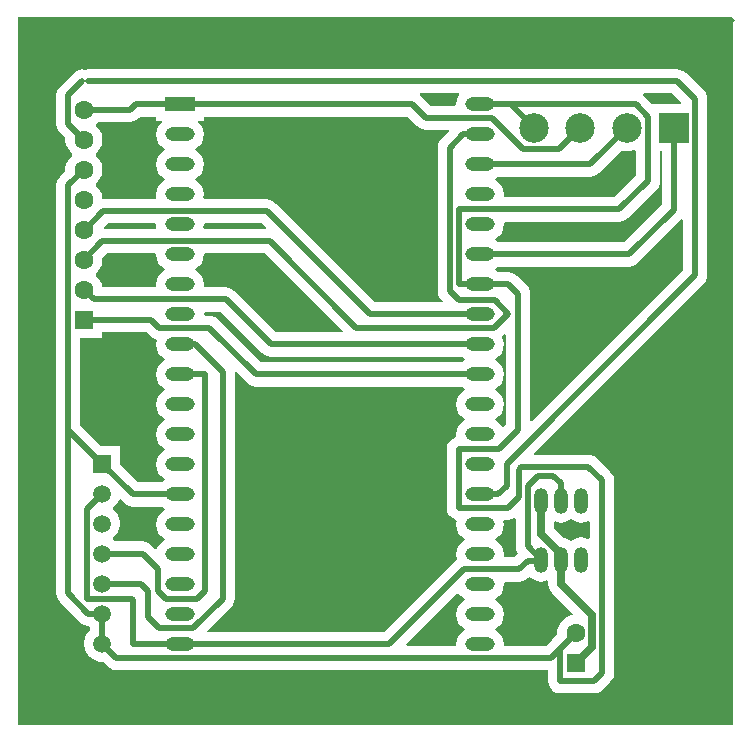
<source format=gbl>
G04*
G04 #@! TF.GenerationSoftware,Altium Limited,Altium Designer,21.3.2 (30)*
G04*
G04 Layer_Physical_Order=2*
G04 Layer_Color=16711680*
%FSTAX24Y24*%
%MOIN*%
G70*
G04*
G04 #@! TF.SameCoordinates,6B988B76-0ACF-4F39-8010-38100BFBF103*
G04*
G04*
G04 #@! TF.FilePolarity,Positive*
G04*
G01*
G75*
%ADD12C,0.0250*%
%ADD24O,0.0472X0.0866*%
%ADD25R,0.0630X0.0630*%
%ADD26C,0.0630*%
%ADD27C,0.0984*%
%ADD28R,0.0984X0.0984*%
%ADD29C,0.0598*%
%ADD30R,0.0598X0.0598*%
%ADD31R,0.0984X0.0472*%
%ADD32O,0.0984X0.0472*%
%ADD33C,0.0200*%
G36*
X05755Y039775D02*
X0575Y039725D01*
Y016275D01*
X03365D01*
Y039875D01*
X05745D01*
X05755Y039775D01*
D02*
G37*
%LPC*%
G36*
X05563Y038143D02*
X05563Y038143D01*
X036D01*
X0359Y03813D01*
X0358Y038143D01*
X035696Y03813D01*
X035598Y038089D01*
X035515Y038025D01*
X035045Y037555D01*
X034981Y037472D01*
X03494Y037374D01*
X034927Y03727D01*
X034927Y03727D01*
Y03632D01*
X034927Y03632D01*
X03494Y036216D01*
X034981Y036118D01*
X035045Y036035D01*
X035235Y035844D01*
Y035739D01*
X035259Y035621D01*
X035305Y035509D01*
X035372Y035408D01*
X035449Y035332D01*
X035454Y0353D01*
X035449Y035268D01*
X035372Y035192D01*
X035305Y035091D01*
X035259Y034979D01*
X035235Y034861D01*
Y034756D01*
X035045Y034565D01*
X034981Y034482D01*
X03494Y034384D01*
X034927Y03428D01*
X034927Y03428D01*
Y02612D01*
X034927Y02612D01*
X034927Y02612D01*
Y020671D01*
X034927Y020671D01*
X03494Y020566D01*
X034981Y020469D01*
X035045Y020385D01*
X035715Y019715D01*
X035799Y019651D01*
X035896Y01961D01*
X036001Y019597D01*
X036006D01*
X036047Y019556D01*
Y019444D01*
X035985Y019382D01*
X035919Y019284D01*
X035874Y019175D01*
X035851Y019059D01*
Y018941D01*
X035874Y018825D01*
X035919Y018716D01*
X035985Y018618D01*
X036068Y018535D01*
X036166Y018469D01*
X036275Y018424D01*
X036391Y018401D01*
X036479D01*
X036645Y018235D01*
X036728Y018171D01*
X036826Y01813D01*
X03693Y018117D01*
X036965Y018121D01*
X037Y018117D01*
X051327Y018117D01*
Y01775D01*
X05134Y017646D01*
X051381Y017548D01*
X051445Y017465D01*
X051528Y017401D01*
X051626Y01736D01*
X05173Y017347D01*
X05286D01*
X05286Y017347D01*
X052964Y01736D01*
X053062Y017401D01*
X053145Y017465D01*
X0534Y01772D01*
X0534Y01772D01*
X053464Y017803D01*
X053505Y017901D01*
X053518Y018005D01*
Y024435D01*
X053505Y024539D01*
X053464Y024637D01*
X0534Y02472D01*
X052945Y025175D01*
X052862Y025239D01*
X052764Y02528D01*
X05266Y025293D01*
X05266Y025293D01*
X050866D01*
X050846Y02534D01*
X056505Y030999D01*
X056569Y031082D01*
X05661Y031179D01*
X056623Y031284D01*
Y03715D01*
X056623Y03715D01*
X05661Y037254D01*
X056569Y037352D01*
X056505Y037435D01*
X055915Y038025D01*
X055832Y038089D01*
X055734Y03813D01*
X05563Y038143D01*
D02*
G37*
%LPD*%
G36*
X055761Y037038D02*
X055742Y036992D01*
X054799D01*
X054535Y037256D01*
X054495Y037287D01*
X054512Y037337D01*
X055463D01*
X055761Y037038D01*
D02*
G37*
G36*
X048365Y037292D02*
X048326Y037241D01*
X048272Y03711D01*
X048253Y03697D01*
X048221Y036933D01*
X047407D01*
X047085Y037256D01*
X047045Y037287D01*
X047062Y037337D01*
X048343D01*
X048365Y037292D01*
D02*
G37*
G36*
X038258Y036434D02*
X03844D01*
X038456Y036387D01*
X038412Y036353D01*
X038326Y036241D01*
X038272Y03611D01*
X038253Y03597D01*
X038272Y035831D01*
X038326Y0357D01*
X038412Y035588D01*
X038524Y035502D01*
X03854Y035495D01*
Y035445D01*
X038524Y035439D01*
X038412Y035353D01*
X038326Y035241D01*
X038272Y03511D01*
X038253Y03497D01*
X038272Y034831D01*
X038326Y0347D01*
X038412Y034588D01*
X038524Y034502D01*
X03854Y034495D01*
Y034445D01*
X038524Y034439D01*
X038412Y034353D01*
X038326Y034241D01*
X038272Y03411D01*
X038253Y03397D01*
X038267Y033863D01*
X038228Y033813D01*
X0365D01*
X036465Y033844D01*
Y033861D01*
X036441Y033979D01*
X036395Y034091D01*
X036328Y034192D01*
X036251Y034268D01*
X036246Y0343D01*
X036251Y034332D01*
X036328Y034408D01*
X036395Y034509D01*
X036441Y034621D01*
X036465Y034739D01*
Y034861D01*
X036441Y034979D01*
X036395Y035091D01*
X036328Y035192D01*
X036251Y035268D01*
X036246Y0353D01*
X036251Y035332D01*
X036328Y035408D01*
X036395Y035509D01*
X036441Y035621D01*
X036465Y035739D01*
Y035861D01*
X036441Y035979D01*
X036395Y036091D01*
X036328Y036192D01*
X036251Y036268D01*
X036246Y0363D01*
X036251Y036332D01*
X036316Y036397D01*
X0374D01*
X0374Y036397D01*
X037504Y03641D01*
X037602Y036451D01*
X037685Y036515D01*
X037738Y036567D01*
X038258D01*
Y036434D01*
D02*
G37*
G36*
X054257Y035421D02*
Y034597D01*
X053533Y033873D01*
X049872D01*
X049839Y033911D01*
X049847Y03397D01*
X049828Y03411D01*
X049774Y034241D01*
X049688Y034353D01*
X049576Y034439D01*
X04956Y034445D01*
Y034495D01*
X049576Y034502D01*
X049661Y034567D01*
X05273D01*
X05273Y034567D01*
X052834Y034581D01*
X052931Y034621D01*
X053015Y034685D01*
X053761Y035432D01*
X053881Y035408D01*
X054037D01*
X05419Y035438D01*
X054215Y035449D01*
X054257Y035421D01*
D02*
G37*
G36*
X055115Y033635D02*
X053853Y032374D01*
X049661D01*
X049576Y032439D01*
X04956Y032445D01*
Y032495D01*
X049576Y032502D01*
X049688Y032588D01*
X049774Y0327D01*
X049828Y032831D01*
X049847Y03297D01*
X049839Y033029D01*
X049872Y033067D01*
X0537D01*
X0537Y033067D01*
X053804Y03308D01*
X053902Y033121D01*
X053985Y033185D01*
X054945Y034145D01*
X055009Y034228D01*
X05505Y034326D01*
X055063Y03443D01*
Y035408D01*
X055115D01*
Y033635D01*
D02*
G37*
G36*
X04193Y03286D02*
X041911Y032813D01*
X039872D01*
X039833Y032863D01*
X039847Y03297D01*
X039878Y033007D01*
X041783D01*
X04193Y03286D01*
D02*
G37*
G36*
X038253Y03297D02*
X038267Y032863D01*
X038228Y032813D01*
X036539D01*
X03652Y03286D01*
X036667Y033007D01*
X038222D01*
X038253Y03297D01*
D02*
G37*
G36*
X055817Y033125D02*
Y031451D01*
X05077Y026404D01*
X050723Y026423D01*
Y03065D01*
X05071Y030755D01*
X050669Y030852D01*
X050605Y030936D01*
X050605Y030936D01*
X050285Y031256D01*
X050202Y03132D01*
X050104Y03136D01*
X05Y031374D01*
X05Y031374D01*
X049661D01*
X049576Y031439D01*
X04956Y031445D01*
Y031495D01*
X049576Y031502D01*
X049661Y031567D01*
X05402D01*
X05402Y031567D01*
X054125Y031581D01*
X054222Y031621D01*
X054306Y031685D01*
X055767Y033146D01*
X055817Y033125D01*
D02*
G37*
G36*
X038253Y03197D02*
X038272Y03183D01*
X038326Y0317D01*
X038412Y031588D01*
X038524Y031502D01*
X03854Y031495D01*
Y031445D01*
X038524Y031439D01*
X038412Y031353D01*
X038326Y031241D01*
X038272Y03111D01*
X038253Y03097D01*
X038261Y030911D01*
X038228Y030873D01*
X036462D01*
X036441Y030979D01*
X036395Y031091D01*
X036328Y031192D01*
X036251Y031268D01*
X036246Y0313D01*
X036251Y031332D01*
X036328Y031408D01*
X036395Y031509D01*
X036441Y031621D01*
X036465Y031739D01*
Y031844D01*
X036627Y032007D01*
X038222D01*
X038253Y03197D01*
D02*
G37*
G36*
X046955Y036245D02*
X046955Y036245D01*
X047038Y036181D01*
X047136Y03614D01*
X04724Y036127D01*
X04724Y036127D01*
X04802D01*
X048039Y03608D01*
X047765Y035806D01*
X047701Y035722D01*
X04766Y035625D01*
X047647Y03552D01*
X047647Y03552D01*
Y03075D01*
X047647Y03075D01*
X04766Y030646D01*
X047701Y030548D01*
X047765Y030465D01*
X047809Y03042D01*
X04779Y030374D01*
X045557D01*
X042235Y033695D01*
X042152Y033759D01*
X042054Y0338D01*
X04195Y033813D01*
X04195Y033813D01*
X039872D01*
X039833Y033863D01*
X039847Y03397D01*
X039828Y03411D01*
X039774Y034241D01*
X039688Y034353D01*
X039576Y034439D01*
X03956Y034445D01*
Y034495D01*
X039576Y034502D01*
X039688Y034588D01*
X039774Y0347D01*
X039828Y034831D01*
X039847Y03497D01*
X039828Y03511D01*
X039774Y035241D01*
X039688Y035353D01*
X039576Y035439D01*
X03956Y035445D01*
Y035495D01*
X039576Y035502D01*
X039688Y035588D01*
X039774Y0357D01*
X039828Y035831D01*
X039847Y03597D01*
X039828Y03611D01*
X039774Y036241D01*
X039688Y036353D01*
X039644Y036387D01*
X03966Y036434D01*
X039842D01*
Y036567D01*
X046632D01*
X046955Y036245D01*
D02*
G37*
G36*
X044469Y02942D02*
X04445Y029374D01*
X042247D01*
X040865Y030755D01*
X040782Y030819D01*
X040684Y03086D01*
X04058Y030873D01*
X04058Y030873D01*
X039872D01*
X039839Y030911D01*
X039847Y03097D01*
X039828Y03111D01*
X039774Y031241D01*
X039688Y031353D01*
X039576Y031439D01*
X03956Y031445D01*
Y031495D01*
X039576Y031502D01*
X039688Y031588D01*
X039774Y0317D01*
X039828Y03183D01*
X039847Y03197D01*
X039878Y032007D01*
X041883D01*
X044469Y02942D01*
D02*
G37*
G36*
X041794Y028685D02*
X041794Y028685D01*
X041878Y028621D01*
X041975Y028581D01*
X04208Y028567D01*
X04208Y028567D01*
X048439D01*
X048524Y028502D01*
X04854Y028495D01*
Y028445D01*
X048524Y028439D01*
X048439Y028374D01*
X041757D01*
X040315Y029815D01*
X040232Y029879D01*
X040134Y02992D01*
X04003Y029933D01*
X04003Y029933D01*
X039879D01*
X039847Y02997D01*
X039839Y030029D01*
X039872Y030067D01*
X040413D01*
X041794Y028685D01*
D02*
G37*
G36*
X049917Y029301D02*
Y026287D01*
X049834Y026205D01*
X049785Y026215D01*
X049774Y026241D01*
X049688Y026353D01*
X049576Y026439D01*
X04956Y026445D01*
Y026495D01*
X049576Y026502D01*
X049688Y026588D01*
X049774Y0267D01*
X049828Y02683D01*
X049847Y02697D01*
X049828Y02711D01*
X049774Y027241D01*
X049688Y027353D01*
X049576Y027439D01*
X04956Y027445D01*
Y027495D01*
X049576Y027502D01*
X049688Y027588D01*
X049774Y0277D01*
X049828Y027831D01*
X049847Y02797D01*
X049828Y02811D01*
X049774Y028241D01*
X049688Y028353D01*
X049576Y028439D01*
X04956Y028445D01*
Y028495D01*
X049576Y028502D01*
X049688Y028588D01*
X049774Y0287D01*
X049828Y02883D01*
X049847Y02897D01*
X049828Y02911D01*
X049778Y029232D01*
X049795Y029245D01*
X04987Y02932D01*
X049917Y029301D01*
D02*
G37*
G36*
X038075Y029245D02*
X038075Y029245D01*
X038158Y029181D01*
X038234Y029149D01*
X038272Y02911D01*
X038253Y02897D01*
X038272Y02883D01*
X038326Y0287D01*
X038412Y028588D01*
X038524Y028502D01*
X03854Y028495D01*
Y028445D01*
X038524Y028439D01*
X038412Y028353D01*
X038326Y028241D01*
X038272Y02811D01*
X038253Y02797D01*
X038272Y027831D01*
X038326Y0277D01*
X038412Y027588D01*
X038524Y027502D01*
X03854Y027495D01*
Y027445D01*
X038524Y027439D01*
X038412Y027353D01*
X038326Y027241D01*
X038272Y02711D01*
X038253Y02697D01*
X038272Y02683D01*
X038326Y0267D01*
X038412Y026588D01*
X038524Y026502D01*
X03854Y026495D01*
Y026445D01*
X038524Y026439D01*
X038412Y026353D01*
X038326Y026241D01*
X038272Y02611D01*
X038253Y02597D01*
X038272Y025831D01*
X038326Y0257D01*
X038412Y025588D01*
X038524Y025502D01*
X03854Y025495D01*
Y025445D01*
X038524Y025439D01*
X038412Y025353D01*
X038326Y025241D01*
X038272Y02511D01*
X038253Y02497D01*
X038272Y024831D01*
X038326Y0247D01*
X038412Y024588D01*
X038524Y024502D01*
X03854Y024495D01*
Y024445D01*
X038524Y024439D01*
X038439Y024374D01*
X037647D01*
X037049Y024971D01*
Y025599D01*
X036421D01*
X035733Y026287D01*
Y029185D01*
X036465D01*
Y029397D01*
X037923D01*
X038075Y029245D01*
D02*
G37*
G36*
X050237Y02315D02*
Y022241D01*
X050237Y022241D01*
X05025Y022136D01*
X050291Y022039D01*
X05032Y022001D01*
X050193Y021873D01*
X049872D01*
X049839Y021911D01*
X049847Y02197D01*
X049828Y02211D01*
X049774Y022241D01*
X049688Y022353D01*
X049576Y022439D01*
X04956Y022445D01*
Y022495D01*
X049576Y022502D01*
X049688Y022588D01*
X049774Y0227D01*
X049828Y022831D01*
X049847Y02297D01*
X049833Y023077D01*
X049872Y023127D01*
X05D01*
X05Y023127D01*
X050104Y02314D01*
X050187Y023174D01*
X050237Y02315D01*
D02*
G37*
G36*
X052149Y023103D02*
X052279Y023049D01*
X052419Y023031D01*
X052559Y023049D01*
X052662Y023092D01*
X052712Y02306D01*
Y022509D01*
X052662Y022477D01*
X052559Y022519D01*
X052419Y022538D01*
X052279Y022519D01*
X052149Y022465D01*
X052085Y022416D01*
X05202Y022465D01*
X05189Y022519D01*
X051825Y022528D01*
X051509Y022844D01*
Y023046D01*
X051551Y023074D01*
X05161Y023049D01*
X05175Y023031D01*
X05189Y023049D01*
X05202Y023103D01*
X052085Y023153D01*
X052149Y023103D01*
D02*
G37*
G36*
X037194Y023685D02*
X037278Y023621D01*
X037375Y023581D01*
X03748Y023567D01*
X038439D01*
X038524Y023502D01*
X03854Y023495D01*
Y023445D01*
X038524Y023439D01*
X038412Y023353D01*
X038326Y023241D01*
X038272Y02311D01*
X038253Y02297D01*
X038272Y022831D01*
X038326Y0227D01*
X038412Y022588D01*
X038524Y022502D01*
X03854Y022495D01*
Y022445D01*
X038524Y022439D01*
X038412Y022353D01*
X038326Y022241D01*
X038292Y022159D01*
X038233Y022148D01*
X038095Y022285D01*
X038012Y022349D01*
X037914Y02239D01*
X03781Y022403D01*
X03781Y022403D01*
X036894D01*
X036832Y022465D01*
X036818Y022475D01*
Y022525D01*
X036832Y022535D01*
X036915Y022618D01*
X036981Y022716D01*
X037026Y022825D01*
X037049Y022941D01*
Y023059D01*
X037026Y023175D01*
X036981Y023284D01*
X036915Y023382D01*
X036832Y023465D01*
X036818Y023475D01*
Y023525D01*
X036832Y023535D01*
X036915Y023618D01*
X036981Y023716D01*
X037014Y023795D01*
X037072Y023807D01*
X037194Y023685D01*
D02*
G37*
G36*
X050698Y021221D02*
X05081Y021135D01*
X050941Y021081D01*
X051081Y021062D01*
X051221Y021081D01*
X05128Y021105D01*
X051321Y021077D01*
Y020992D01*
X051336Y020881D01*
X051379Y020778D01*
X051447Y020689D01*
X052136Y019999D01*
X052122Y019952D01*
X052071Y019941D01*
X051959Y019895D01*
X051858Y019828D01*
X051772Y019742D01*
X051705Y019641D01*
X051659Y019529D01*
X051635Y019411D01*
Y019306D01*
X051445Y019115D01*
X051253Y018923D01*
X049878D01*
X049846Y018961D01*
X049847Y01897D01*
X049828Y01911D01*
X049774Y019241D01*
X049688Y019353D01*
X049576Y019439D01*
X04956Y019445D01*
Y019495D01*
X049576Y019502D01*
X049688Y019588D01*
X049774Y0197D01*
X049828Y01983D01*
X049847Y01997D01*
X049828Y02011D01*
X049774Y020241D01*
X049688Y020353D01*
X049576Y020439D01*
X04956Y020445D01*
Y020495D01*
X049576Y020502D01*
X049688Y020588D01*
X049774Y0207D01*
X049828Y020831D01*
X049847Y02097D01*
X049839Y021029D01*
X049872Y021067D01*
X05036D01*
X05036Y021067D01*
X050464Y02108D01*
X050562Y021121D01*
X050645Y021185D01*
X050682Y021222D01*
X050698Y021221D01*
D02*
G37*
G36*
X041304Y027685D02*
X041304Y027685D01*
X041388Y027621D01*
X041485Y027581D01*
X04159Y027567D01*
X048439D01*
X048524Y027502D01*
X04854Y027495D01*
Y027445D01*
X048524Y027439D01*
X048412Y027353D01*
X048326Y027241D01*
X048272Y02711D01*
X048253Y02697D01*
X048272Y02683D01*
X048326Y0267D01*
X048412Y026588D01*
X048524Y026502D01*
X04854Y026495D01*
Y026445D01*
X048524Y026439D01*
X048412Y026353D01*
X048326Y026241D01*
X048272Y02611D01*
X048253Y02597D01*
X048266Y025872D01*
X048246Y02587D01*
X048148Y025829D01*
X048065Y025765D01*
X048001Y025682D01*
X04796Y025584D01*
X047947Y02548D01*
Y02353D01*
X04796Y023426D01*
X048001Y023328D01*
X048065Y023245D01*
X048148Y023181D01*
X048232Y023146D01*
X04825Y02313D01*
X048269Y023087D01*
X048253Y02297D01*
X048272Y022831D01*
X048326Y0227D01*
X048412Y022588D01*
X048524Y022502D01*
X04854Y022495D01*
Y022445D01*
X048524Y022439D01*
X048412Y022353D01*
X048326Y022241D01*
X048272Y02211D01*
X048253Y02197D01*
X048272Y02183D01*
X048286Y021795D01*
X048235Y021755D01*
X045853Y019374D01*
X03998D01*
X039961Y01942D01*
X040755Y020215D01*
X040819Y020298D01*
X04086Y020396D01*
X040873Y0205D01*
Y02804D01*
X040873Y02804D01*
X040872Y02805D01*
X040917Y028072D01*
X041304Y027685D01*
D02*
G37*
G36*
X048354Y020663D02*
X048412Y020588D01*
X048524Y020502D01*
X04854Y020495D01*
Y020445D01*
X048524Y020439D01*
X048412Y020353D01*
X048326Y020241D01*
X048272Y02011D01*
X048253Y01997D01*
X048272Y01983D01*
X048326Y0197D01*
X048412Y019588D01*
X048524Y019502D01*
X04854Y019495D01*
Y019445D01*
X048524Y019439D01*
X048412Y019353D01*
X048326Y019241D01*
X048272Y01911D01*
X048253Y01897D01*
X048254Y018961D01*
X048222Y018923D01*
X046609D01*
X04659Y01897D01*
X048288Y020667D01*
X048354Y020663D01*
D02*
G37*
D12*
X05175Y020992D02*
Y0218D01*
X051081Y022666D02*
Y023768D01*
X05175Y0218D02*
Y021997D01*
X051081Y022666D02*
X05175Y021997D01*
X052785Y019555D02*
X05279Y01955D01*
Y01889D02*
Y01955D01*
X05225Y01835D02*
X05279Y01889D01*
X052785Y019555D02*
Y019957D01*
X05175Y020992D02*
X052785Y019957D01*
D24*
X051081Y0218D02*
D03*
X05175D02*
D03*
X052419D02*
D03*
Y023768D02*
D03*
X05175D02*
D03*
X051081D02*
D03*
D25*
X05225Y01835D02*
D03*
X03585Y0298D02*
D03*
D26*
X05225Y01935D02*
D03*
X03585Y0368D02*
D03*
Y0358D02*
D03*
Y0318D02*
D03*
Y0308D02*
D03*
Y0328D02*
D03*
Y0338D02*
D03*
Y0348D02*
D03*
D27*
X053959Y0362D02*
D03*
X0524D02*
D03*
X050841D02*
D03*
D28*
X055518D02*
D03*
D29*
X03645Y019D02*
D03*
Y02D02*
D03*
Y021D02*
D03*
Y022D02*
D03*
Y024D02*
D03*
Y023D02*
D03*
D30*
Y025D02*
D03*
D31*
X03905Y03697D02*
D03*
D32*
Y03597D02*
D03*
Y03497D02*
D03*
Y03397D02*
D03*
Y03297D02*
D03*
Y03197D02*
D03*
Y03097D02*
D03*
Y02997D02*
D03*
Y02897D02*
D03*
Y02797D02*
D03*
Y02697D02*
D03*
Y02597D02*
D03*
Y02497D02*
D03*
Y02397D02*
D03*
Y02297D02*
D03*
Y02197D02*
D03*
Y02097D02*
D03*
Y01997D02*
D03*
Y01897D02*
D03*
X04905Y03697D02*
D03*
Y03597D02*
D03*
Y03497D02*
D03*
Y03397D02*
D03*
Y03297D02*
D03*
Y03197D02*
D03*
Y03097D02*
D03*
Y02997D02*
D03*
Y02897D02*
D03*
Y02797D02*
D03*
Y02697D02*
D03*
Y02597D02*
D03*
Y02497D02*
D03*
Y02397D02*
D03*
Y02297D02*
D03*
Y02197D02*
D03*
Y02097D02*
D03*
Y01997D02*
D03*
Y01897D02*
D03*
D33*
X03585Y0328D02*
X03589D01*
X0365Y03341D01*
X03757Y03697D02*
X0468D01*
X0374Y0368D02*
X03757Y03697D01*
X03585Y0368D02*
X0374D01*
X03645Y025D02*
X03748Y02397D01*
X037Y01852D02*
X05142Y01852D01*
X05064Y02175D02*
X051081D01*
Y0218D01*
X05064Y022241D02*
Y02425D01*
Y022241D02*
X051081Y0218D01*
X05036Y02147D02*
X05064Y02175D01*
X04852Y02147D02*
X05036D01*
X04602Y01897D02*
X04852Y02147D01*
X03905Y01897D02*
X04602D01*
X05175Y023768D02*
Y02434D01*
X0515Y02459D02*
X05175Y02434D01*
X05098Y02459D02*
X0515D01*
X05064Y02425D02*
X05098Y02459D01*
X035937Y023487D02*
X03645Y024D01*
X035937Y020501D02*
Y023487D01*
Y020501D02*
X037435D01*
X037483Y020452D01*
Y019045D02*
Y020452D01*
Y01897D02*
X03905D01*
X050431Y02489D02*
X05266D01*
X05Y02353D02*
X05034Y02387D01*
Y024799D02*
X050431Y02489D01*
X05034Y02387D02*
Y024799D01*
X05142Y01852D02*
X05173Y01883D01*
X03533Y020671D02*
X036001Y02D01*
X03645D01*
Y019D02*
X03693Y01852D01*
X038358Y01953D02*
X0395D01*
X03799Y019898D02*
X038358Y01953D01*
X03799Y019898D02*
Y02075D01*
X03748Y02397D02*
X03905D01*
X03645Y019D02*
Y02D01*
X03533Y020671D02*
Y02612D01*
X03831Y02075D02*
X03859Y02047D01*
X03836Y02953D02*
X04003D01*
X03618Y03047D02*
X04058D01*
X03809Y0298D02*
X03836Y02953D01*
X03859Y02047D02*
X03961D01*
X03831Y02075D02*
Y0215D01*
X03905Y02797D02*
X03989D01*
X03961Y02047D02*
X03989Y02075D01*
Y02797D01*
X03781Y022D02*
X03831Y0215D01*
X04058Y03047D02*
X04208Y02897D01*
X049657Y02397D02*
X049936Y02425D01*
X04905Y02397D02*
X049657D01*
X049936Y02425D02*
Y025D01*
X04835Y02353D02*
X05D01*
X04835D02*
Y02548D01*
X05286Y01775D02*
X053115Y018005D01*
Y024435D01*
X05266Y02489D02*
X053115Y024435D01*
X05007Y03697D02*
X05425D01*
X05173Y01883D02*
X05225Y01935D01*
X03665Y021D02*
X03774D01*
X03799Y02075D01*
X0395Y01953D02*
X04047Y0205D01*
Y02804D01*
X03954Y02897D02*
X04047Y02804D01*
X03905Y02897D02*
X03954D01*
X03533Y03632D02*
X03585Y0358D01*
X03533Y03632D02*
Y03727D01*
X0358Y03774D01*
X036D02*
X05563D01*
X05622Y03715D01*
Y031284D02*
Y03715D01*
X049936Y025D02*
X05622Y031284D01*
X04905Y03097D02*
X05D01*
X05032Y03065D01*
Y02612D02*
Y03065D01*
X04968Y02548D02*
X05032Y02612D01*
X04835Y02548D02*
X04968D01*
X05173Y01775D02*
X05286D01*
X05173D02*
Y01883D01*
X04159Y02797D02*
X04905D01*
X04003Y02953D02*
X04159Y02797D01*
X03605Y0298D02*
X03809D01*
X03533Y02612D02*
Y03428D01*
Y02612D02*
X03645Y025D01*
X03533Y03428D02*
X03585Y0348D01*
X03665Y022D02*
X03781D01*
X03585Y0318D02*
X03646Y03241D01*
X04205D01*
X04493Y02953D01*
X04951D01*
X04998Y03D01*
X04954Y03044D02*
X04998Y03D01*
X04836Y03044D02*
X04954D01*
X04805Y03075D02*
X04836Y03044D01*
X04805Y03075D02*
Y03552D01*
X0485Y03597D01*
X04905D01*
X04539Y02997D02*
X04905D01*
X04195Y03341D02*
X04539Y02997D01*
X0365Y03341D02*
X04195D01*
X04835Y03097D02*
X04905D01*
X04835D02*
Y03347D01*
X0537D01*
X05466Y03443D01*
Y03656D01*
X05425Y03697D02*
X05466Y03656D01*
X04905Y03197D02*
X05402D01*
X055518Y033468D01*
Y0362D01*
X04905Y03497D02*
X05273D01*
X053959Y0362D01*
X04208Y02897D02*
X04905D01*
X03585Y0308D02*
X03618Y03047D01*
X04905Y03697D02*
X05007D01*
X050841Y0362D01*
X0517Y0355D02*
X0524Y0362D01*
X05048Y0355D02*
X0517D01*
X04945Y03653D02*
X05048Y0355D01*
X04724Y03653D02*
X04945D01*
X0468Y03697D02*
X04724Y03653D01*
M02*

</source>
